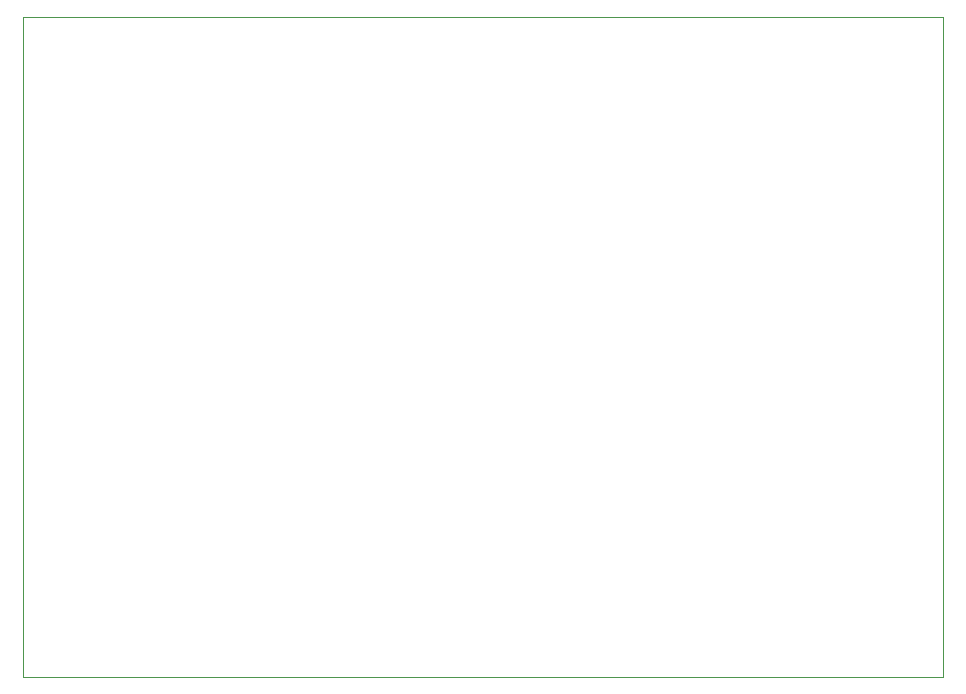
<source format=gbr>
%TF.GenerationSoftware,KiCad,Pcbnew,8.0.1*%
%TF.CreationDate,2024-06-23T19:51:28-03:00*%
%TF.ProjectId,DogFood,446f6746-6f6f-4642-9e6b-696361645f70,rev?*%
%TF.SameCoordinates,Original*%
%TF.FileFunction,Profile,NP*%
%FSLAX46Y46*%
G04 Gerber Fmt 4.6, Leading zero omitted, Abs format (unit mm)*
G04 Created by KiCad (PCBNEW 8.0.1) date 2024-06-23 19:51:28*
%MOMM*%
%LPD*%
G01*
G04 APERTURE LIST*
%TA.AperFunction,Profile*%
%ADD10C,0.050000*%
%TD*%
G04 APERTURE END LIST*
D10*
X55422800Y-61823600D02*
X133299200Y-61823600D01*
X133299200Y-117754400D01*
X55422800Y-117754400D01*
X55422800Y-61823600D01*
M02*

</source>
